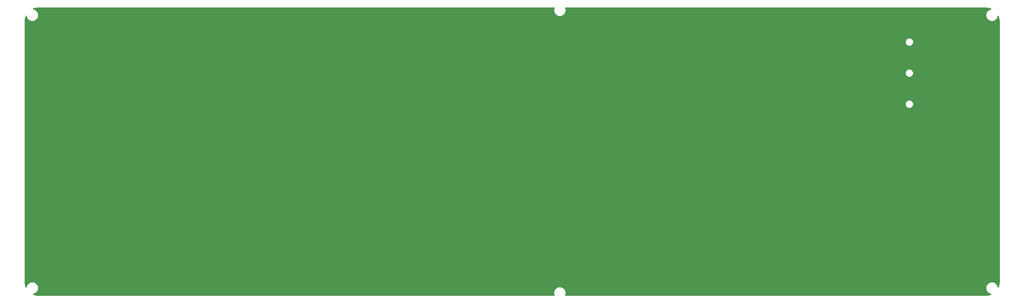
<source format=gbl>
G04 #@! TF.GenerationSoftware,KiCad,Pcbnew,(5.1.9)-1*
G04 #@! TF.CreationDate,2021-06-08T15:14:57-04:00*
G04 #@! TF.ProjectId,kastenwagen-48-bottom,6b617374-656e-4776-9167-656e2d34382d,rev?*
G04 #@! TF.SameCoordinates,Original*
G04 #@! TF.FileFunction,Copper,L2,Bot*
G04 #@! TF.FilePolarity,Positive*
%FSLAX46Y46*%
G04 Gerber Fmt 4.6, Leading zero omitted, Abs format (unit mm)*
G04 Created by KiCad (PCBNEW (5.1.9)-1) date 2021-06-08 15:14:57*
%MOMM*%
%LPD*%
G01*
G04 APERTURE LIST*
G04 #@! TA.AperFunction,NonConductor*
%ADD10C,0.254000*%
G04 #@! TD*
G04 #@! TA.AperFunction,NonConductor*
%ADD11C,0.020000*%
G04 #@! TD*
G04 APERTURE END LIST*
D10*
X173950952Y-7954265D02*
X173879053Y-8315728D01*
X173879053Y-8684272D01*
X173950952Y-9045735D01*
X174091988Y-9386226D01*
X174296740Y-9692659D01*
X174557341Y-9953260D01*
X174863774Y-10158012D01*
X175204265Y-10299048D01*
X175565728Y-10370947D01*
X175934272Y-10370947D01*
X176295735Y-10299048D01*
X176636226Y-10158012D01*
X176942659Y-9953260D01*
X177203260Y-9692659D01*
X177408012Y-9386226D01*
X177549048Y-9045735D01*
X177620947Y-8684272D01*
X177620947Y-8315728D01*
X177549048Y-7954265D01*
X177458225Y-7735000D01*
X305817269Y-7735000D01*
X306604747Y-7805281D01*
X307335643Y-8005231D01*
X307615985Y-8138947D01*
X307304265Y-8200952D01*
X306963774Y-8341988D01*
X306657341Y-8546740D01*
X306396740Y-8807341D01*
X306191988Y-9113774D01*
X306050952Y-9454265D01*
X305979053Y-9815728D01*
X305979053Y-10184272D01*
X306050952Y-10545735D01*
X306191988Y-10886226D01*
X306396740Y-11192659D01*
X306657341Y-11453260D01*
X306963774Y-11658012D01*
X307304265Y-11799048D01*
X307665728Y-11870947D01*
X308034272Y-11870947D01*
X308395735Y-11799048D01*
X308736226Y-11658012D01*
X309042659Y-11453260D01*
X309303260Y-11192659D01*
X309508012Y-10886226D01*
X309649048Y-10545735D01*
X309711035Y-10234101D01*
X309889463Y-10640570D01*
X310067715Y-11383039D01*
X310115001Y-12026963D01*
X310115000Y-91467269D01*
X310044719Y-92254748D01*
X309844769Y-92985643D01*
X309711053Y-93265985D01*
X309649048Y-92954265D01*
X309508012Y-92613774D01*
X309303260Y-92307341D01*
X309042659Y-92046740D01*
X308736226Y-91841988D01*
X308395735Y-91700952D01*
X308034272Y-91629053D01*
X307665728Y-91629053D01*
X307304265Y-91700952D01*
X306963774Y-91841988D01*
X306657341Y-92046740D01*
X306396740Y-92307341D01*
X306191988Y-92613774D01*
X306050952Y-92954265D01*
X305979053Y-93315728D01*
X305979053Y-93684272D01*
X306050952Y-94045735D01*
X306191988Y-94386226D01*
X306396740Y-94692659D01*
X306657341Y-94953260D01*
X306963774Y-95158012D01*
X307304265Y-95299048D01*
X307615899Y-95361035D01*
X307209429Y-95539464D01*
X306466961Y-95717714D01*
X305823051Y-95765000D01*
X177458225Y-95765000D01*
X177549048Y-95545735D01*
X177620947Y-95184272D01*
X177620947Y-94815728D01*
X177549048Y-94454265D01*
X177408012Y-94113774D01*
X177203260Y-93807341D01*
X176942659Y-93546740D01*
X176636226Y-93341988D01*
X176295735Y-93200952D01*
X175934272Y-93129053D01*
X175565728Y-93129053D01*
X175204265Y-93200952D01*
X174863774Y-93341988D01*
X174557341Y-93546740D01*
X174296740Y-93807341D01*
X174091988Y-94113774D01*
X173950952Y-94454265D01*
X173879053Y-94815728D01*
X173879053Y-95184272D01*
X173950952Y-95545735D01*
X174041775Y-95765000D01*
X16532731Y-95765000D01*
X15745252Y-95694719D01*
X15014357Y-95494769D01*
X14734015Y-95361053D01*
X15045735Y-95299048D01*
X15386226Y-95158012D01*
X15692659Y-94953260D01*
X15953260Y-94692659D01*
X16158012Y-94386226D01*
X16299048Y-94045735D01*
X16370947Y-93684272D01*
X16370947Y-93315728D01*
X16299048Y-92954265D01*
X16158012Y-92613774D01*
X15953260Y-92307341D01*
X15692659Y-92046740D01*
X15386226Y-91841988D01*
X15045735Y-91700952D01*
X14684272Y-91629053D01*
X14315728Y-91629053D01*
X13954265Y-91700952D01*
X13613774Y-91841988D01*
X13307341Y-92046740D01*
X13046740Y-92307341D01*
X12841988Y-92613774D01*
X12700952Y-92954265D01*
X12638965Y-93265899D01*
X12460536Y-92859429D01*
X12282286Y-92116961D01*
X12235000Y-91473051D01*
X12235000Y-37113388D01*
X281351443Y-37113388D01*
X281351443Y-37359412D01*
X281399440Y-37600707D01*
X281493589Y-37828003D01*
X281630272Y-38032564D01*
X281804236Y-38206528D01*
X282008797Y-38343211D01*
X282236093Y-38437360D01*
X282477388Y-38485357D01*
X282723412Y-38485357D01*
X282964707Y-38437360D01*
X283192003Y-38343211D01*
X283396564Y-38206528D01*
X283570528Y-38032564D01*
X283707211Y-37828003D01*
X283801360Y-37600707D01*
X283849357Y-37359412D01*
X283849357Y-37113388D01*
X283801360Y-36872093D01*
X283707211Y-36644797D01*
X283570528Y-36440236D01*
X283396564Y-36266272D01*
X283192003Y-36129589D01*
X282964707Y-36035440D01*
X282723412Y-35987443D01*
X282477388Y-35987443D01*
X282236093Y-36035440D01*
X282008797Y-36129589D01*
X281804236Y-36266272D01*
X281630272Y-36440236D01*
X281493589Y-36644797D01*
X281399440Y-36872093D01*
X281351443Y-37113388D01*
X12235000Y-37113388D01*
X12235000Y-27613388D01*
X281351443Y-27613388D01*
X281351443Y-27859412D01*
X281399440Y-28100707D01*
X281493589Y-28328003D01*
X281630272Y-28532564D01*
X281804236Y-28706528D01*
X282008797Y-28843211D01*
X282236093Y-28937360D01*
X282477388Y-28985357D01*
X282723412Y-28985357D01*
X282964707Y-28937360D01*
X283192003Y-28843211D01*
X283396564Y-28706528D01*
X283570528Y-28532564D01*
X283707211Y-28328003D01*
X283801360Y-28100707D01*
X283849357Y-27859412D01*
X283849357Y-27613388D01*
X283801360Y-27372093D01*
X283707211Y-27144797D01*
X283570528Y-26940236D01*
X283396564Y-26766272D01*
X283192003Y-26629589D01*
X282964707Y-26535440D01*
X282723412Y-26487443D01*
X282477388Y-26487443D01*
X282236093Y-26535440D01*
X282008797Y-26629589D01*
X281804236Y-26766272D01*
X281630272Y-26940236D01*
X281493589Y-27144797D01*
X281399440Y-27372093D01*
X281351443Y-27613388D01*
X12235000Y-27613388D01*
X12235000Y-18113388D01*
X281351443Y-18113388D01*
X281351443Y-18359412D01*
X281399440Y-18600707D01*
X281493589Y-18828003D01*
X281630272Y-19032564D01*
X281804236Y-19206528D01*
X282008797Y-19343211D01*
X282236093Y-19437360D01*
X282477388Y-19485357D01*
X282723412Y-19485357D01*
X282964707Y-19437360D01*
X283192003Y-19343211D01*
X283396564Y-19206528D01*
X283570528Y-19032564D01*
X283707211Y-18828003D01*
X283801360Y-18600707D01*
X283849357Y-18359412D01*
X283849357Y-18113388D01*
X283801360Y-17872093D01*
X283707211Y-17644797D01*
X283570528Y-17440236D01*
X283396564Y-17266272D01*
X283192003Y-17129589D01*
X282964707Y-17035440D01*
X282723412Y-16987443D01*
X282477388Y-16987443D01*
X282236093Y-17035440D01*
X282008797Y-17129589D01*
X281804236Y-17266272D01*
X281630272Y-17440236D01*
X281493589Y-17644797D01*
X281399440Y-17872093D01*
X281351443Y-18113388D01*
X12235000Y-18113388D01*
X12235000Y-12032731D01*
X12305281Y-11245253D01*
X12505231Y-10514357D01*
X12638947Y-10234015D01*
X12700952Y-10545735D01*
X12841988Y-10886226D01*
X13046740Y-11192659D01*
X13307341Y-11453260D01*
X13613774Y-11658012D01*
X13954265Y-11799048D01*
X14315728Y-11870947D01*
X14684272Y-11870947D01*
X15045735Y-11799048D01*
X15386226Y-11658012D01*
X15692659Y-11453260D01*
X15953260Y-11192659D01*
X16158012Y-10886226D01*
X16299048Y-10545735D01*
X16370947Y-10184272D01*
X16370947Y-9815728D01*
X16299048Y-9454265D01*
X16158012Y-9113774D01*
X15953260Y-8807341D01*
X15692659Y-8546740D01*
X15386226Y-8341988D01*
X15045735Y-8200952D01*
X14734101Y-8138965D01*
X15140570Y-7960537D01*
X15883039Y-7782285D01*
X16526949Y-7735000D01*
X174041775Y-7735000D01*
X173950952Y-7954265D01*
G04 #@! TA.AperFunction,NonConductor*
D11*
G36*
X173950952Y-7954265D02*
G01*
X173879053Y-8315728D01*
X173879053Y-8684272D01*
X173950952Y-9045735D01*
X174091988Y-9386226D01*
X174296740Y-9692659D01*
X174557341Y-9953260D01*
X174863774Y-10158012D01*
X175204265Y-10299048D01*
X175565728Y-10370947D01*
X175934272Y-10370947D01*
X176295735Y-10299048D01*
X176636226Y-10158012D01*
X176942659Y-9953260D01*
X177203260Y-9692659D01*
X177408012Y-9386226D01*
X177549048Y-9045735D01*
X177620947Y-8684272D01*
X177620947Y-8315728D01*
X177549048Y-7954265D01*
X177458225Y-7735000D01*
X305817269Y-7735000D01*
X306604747Y-7805281D01*
X307335643Y-8005231D01*
X307615985Y-8138947D01*
X307304265Y-8200952D01*
X306963774Y-8341988D01*
X306657341Y-8546740D01*
X306396740Y-8807341D01*
X306191988Y-9113774D01*
X306050952Y-9454265D01*
X305979053Y-9815728D01*
X305979053Y-10184272D01*
X306050952Y-10545735D01*
X306191988Y-10886226D01*
X306396740Y-11192659D01*
X306657341Y-11453260D01*
X306963774Y-11658012D01*
X307304265Y-11799048D01*
X307665728Y-11870947D01*
X308034272Y-11870947D01*
X308395735Y-11799048D01*
X308736226Y-11658012D01*
X309042659Y-11453260D01*
X309303260Y-11192659D01*
X309508012Y-10886226D01*
X309649048Y-10545735D01*
X309711035Y-10234101D01*
X309889463Y-10640570D01*
X310067715Y-11383039D01*
X310115001Y-12026963D01*
X310115000Y-91467269D01*
X310044719Y-92254748D01*
X309844769Y-92985643D01*
X309711053Y-93265985D01*
X309649048Y-92954265D01*
X309508012Y-92613774D01*
X309303260Y-92307341D01*
X309042659Y-92046740D01*
X308736226Y-91841988D01*
X308395735Y-91700952D01*
X308034272Y-91629053D01*
X307665728Y-91629053D01*
X307304265Y-91700952D01*
X306963774Y-91841988D01*
X306657341Y-92046740D01*
X306396740Y-92307341D01*
X306191988Y-92613774D01*
X306050952Y-92954265D01*
X305979053Y-93315728D01*
X305979053Y-93684272D01*
X306050952Y-94045735D01*
X306191988Y-94386226D01*
X306396740Y-94692659D01*
X306657341Y-94953260D01*
X306963774Y-95158012D01*
X307304265Y-95299048D01*
X307615899Y-95361035D01*
X307209429Y-95539464D01*
X306466961Y-95717714D01*
X305823051Y-95765000D01*
X177458225Y-95765000D01*
X177549048Y-95545735D01*
X177620947Y-95184272D01*
X177620947Y-94815728D01*
X177549048Y-94454265D01*
X177408012Y-94113774D01*
X177203260Y-93807341D01*
X176942659Y-93546740D01*
X176636226Y-93341988D01*
X176295735Y-93200952D01*
X175934272Y-93129053D01*
X175565728Y-93129053D01*
X175204265Y-93200952D01*
X174863774Y-93341988D01*
X174557341Y-93546740D01*
X174296740Y-93807341D01*
X174091988Y-94113774D01*
X173950952Y-94454265D01*
X173879053Y-94815728D01*
X173879053Y-95184272D01*
X173950952Y-95545735D01*
X174041775Y-95765000D01*
X16532731Y-95765000D01*
X15745252Y-95694719D01*
X15014357Y-95494769D01*
X14734015Y-95361053D01*
X15045735Y-95299048D01*
X15386226Y-95158012D01*
X15692659Y-94953260D01*
X15953260Y-94692659D01*
X16158012Y-94386226D01*
X16299048Y-94045735D01*
X16370947Y-93684272D01*
X16370947Y-93315728D01*
X16299048Y-92954265D01*
X16158012Y-92613774D01*
X15953260Y-92307341D01*
X15692659Y-92046740D01*
X15386226Y-91841988D01*
X15045735Y-91700952D01*
X14684272Y-91629053D01*
X14315728Y-91629053D01*
X13954265Y-91700952D01*
X13613774Y-91841988D01*
X13307341Y-92046740D01*
X13046740Y-92307341D01*
X12841988Y-92613774D01*
X12700952Y-92954265D01*
X12638965Y-93265899D01*
X12460536Y-92859429D01*
X12282286Y-92116961D01*
X12235000Y-91473051D01*
X12235000Y-37113388D01*
X281351443Y-37113388D01*
X281351443Y-37359412D01*
X281399440Y-37600707D01*
X281493589Y-37828003D01*
X281630272Y-38032564D01*
X281804236Y-38206528D01*
X282008797Y-38343211D01*
X282236093Y-38437360D01*
X282477388Y-38485357D01*
X282723412Y-38485357D01*
X282964707Y-38437360D01*
X283192003Y-38343211D01*
X283396564Y-38206528D01*
X283570528Y-38032564D01*
X283707211Y-37828003D01*
X283801360Y-37600707D01*
X283849357Y-37359412D01*
X283849357Y-37113388D01*
X283801360Y-36872093D01*
X283707211Y-36644797D01*
X283570528Y-36440236D01*
X283396564Y-36266272D01*
X283192003Y-36129589D01*
X282964707Y-36035440D01*
X282723412Y-35987443D01*
X282477388Y-35987443D01*
X282236093Y-36035440D01*
X282008797Y-36129589D01*
X281804236Y-36266272D01*
X281630272Y-36440236D01*
X281493589Y-36644797D01*
X281399440Y-36872093D01*
X281351443Y-37113388D01*
X12235000Y-37113388D01*
X12235000Y-27613388D01*
X281351443Y-27613388D01*
X281351443Y-27859412D01*
X281399440Y-28100707D01*
X281493589Y-28328003D01*
X281630272Y-28532564D01*
X281804236Y-28706528D01*
X282008797Y-28843211D01*
X282236093Y-28937360D01*
X282477388Y-28985357D01*
X282723412Y-28985357D01*
X282964707Y-28937360D01*
X283192003Y-28843211D01*
X283396564Y-28706528D01*
X283570528Y-28532564D01*
X283707211Y-28328003D01*
X283801360Y-28100707D01*
X283849357Y-27859412D01*
X283849357Y-27613388D01*
X283801360Y-27372093D01*
X283707211Y-27144797D01*
X283570528Y-26940236D01*
X283396564Y-26766272D01*
X283192003Y-26629589D01*
X282964707Y-26535440D01*
X282723412Y-26487443D01*
X282477388Y-26487443D01*
X282236093Y-26535440D01*
X282008797Y-26629589D01*
X281804236Y-26766272D01*
X281630272Y-26940236D01*
X281493589Y-27144797D01*
X281399440Y-27372093D01*
X281351443Y-27613388D01*
X12235000Y-27613388D01*
X12235000Y-18113388D01*
X281351443Y-18113388D01*
X281351443Y-18359412D01*
X281399440Y-18600707D01*
X281493589Y-18828003D01*
X281630272Y-19032564D01*
X281804236Y-19206528D01*
X282008797Y-19343211D01*
X282236093Y-19437360D01*
X282477388Y-19485357D01*
X282723412Y-19485357D01*
X282964707Y-19437360D01*
X283192003Y-19343211D01*
X283396564Y-19206528D01*
X283570528Y-19032564D01*
X283707211Y-18828003D01*
X283801360Y-18600707D01*
X283849357Y-18359412D01*
X283849357Y-18113388D01*
X283801360Y-17872093D01*
X283707211Y-17644797D01*
X283570528Y-17440236D01*
X283396564Y-17266272D01*
X283192003Y-17129589D01*
X282964707Y-17035440D01*
X282723412Y-16987443D01*
X282477388Y-16987443D01*
X282236093Y-17035440D01*
X282008797Y-17129589D01*
X281804236Y-17266272D01*
X281630272Y-17440236D01*
X281493589Y-17644797D01*
X281399440Y-17872093D01*
X281351443Y-18113388D01*
X12235000Y-18113388D01*
X12235000Y-12032731D01*
X12305281Y-11245253D01*
X12505231Y-10514357D01*
X12638947Y-10234015D01*
X12700952Y-10545735D01*
X12841988Y-10886226D01*
X13046740Y-11192659D01*
X13307341Y-11453260D01*
X13613774Y-11658012D01*
X13954265Y-11799048D01*
X14315728Y-11870947D01*
X14684272Y-11870947D01*
X15045735Y-11799048D01*
X15386226Y-11658012D01*
X15692659Y-11453260D01*
X15953260Y-11192659D01*
X16158012Y-10886226D01*
X16299048Y-10545735D01*
X16370947Y-10184272D01*
X16370947Y-9815728D01*
X16299048Y-9454265D01*
X16158012Y-9113774D01*
X15953260Y-8807341D01*
X15692659Y-8546740D01*
X15386226Y-8341988D01*
X15045735Y-8200952D01*
X14734101Y-8138965D01*
X15140570Y-7960537D01*
X15883039Y-7782285D01*
X16526949Y-7735000D01*
X174041775Y-7735000D01*
X173950952Y-7954265D01*
G37*
G04 #@! TD.AperFunction*
M02*

</source>
